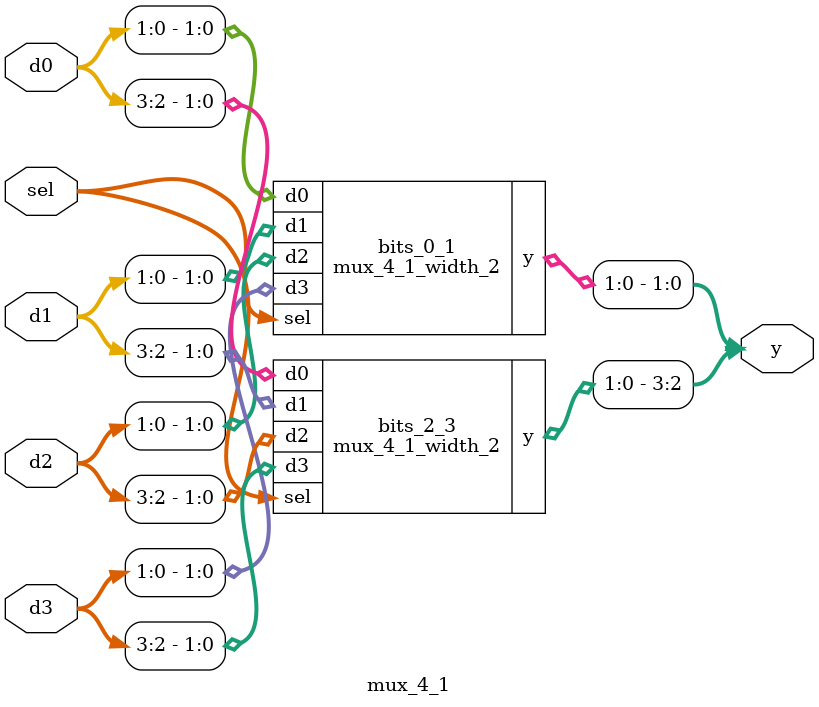
<source format=sv>

module mux_4_1_width_2
(
  input  [1:0] d0, d1, d2, d3,
  input  [1:0] sel,
  output [1:0] y
);

  assign y = sel [1] ? (sel [0] ? d3 : d2)
                     : (sel [0] ? d1 : d0);

endmodule

//----------------------------------------------------------------------------
// Task
//----------------------------------------------------------------------------

module mux_4_1
(
  input  [3:0] d0, d1, d2, d3,
  input  [1:0] sel,
  output [3:0] y
);

  // Task:
  // Implement mux_4_1 with 4-bit data
  // using two instances of mux_4_1_width_2 with 2-bit data
  mux_4_1_width_2 bits_0_1
  (
    .d0(d0[1:0]),
    .d1(d1[1:0]),
    .d2(d2[1:0]),
    .d3(d3[1:0]),
    .sel(sel),
    .y(y[1:0])
  );
  mux_4_1_width_2 bits_2_3
  (
    .d0(d0[3:2]),
    .d1(d1[3:2]),
    .d2(d2[3:2]),
    .d3(d3[3:2]),
    .sel(sel),
    .y(y[3:2])
  );

endmodule

</source>
